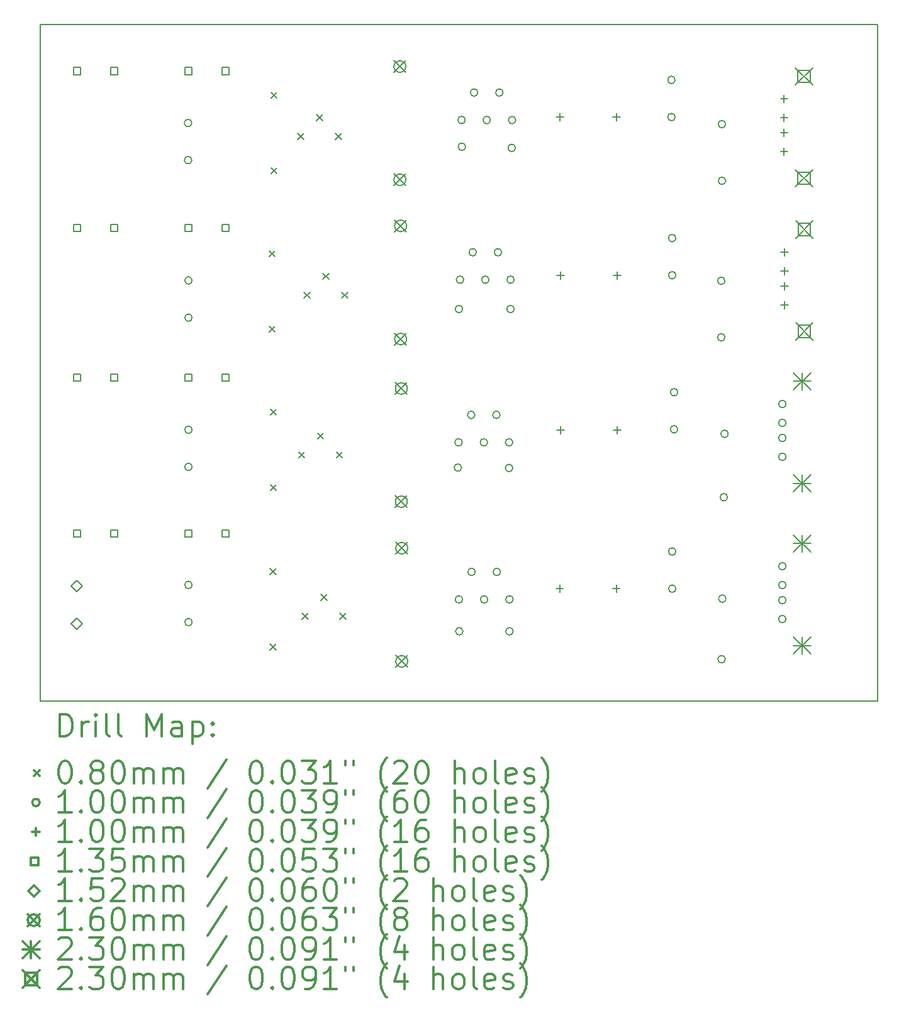
<source format=gbr>
%FSLAX45Y45*%
G04 Gerber Fmt 4.5, Leading zero omitted, Abs format (unit mm)*
G04 Created by KiCad (PCBNEW 4.0.4-stable) date Fri Jul 14 18:39:54 2017*
%MOMM*%
%LPD*%
G01*
G04 APERTURE LIST*
%ADD10C,0.127000*%
%ADD11C,0.150000*%
%ADD12C,0.200000*%
%ADD13C,0.300000*%
G04 APERTURE END LIST*
D10*
D11*
X16510000Y-12791440D02*
X16174720Y-12791440D01*
X16174720Y-3683000D02*
X16174720Y-12791440D01*
X27442160Y-3683000D02*
X16174720Y-3683000D01*
X27442160Y-12791440D02*
X27442160Y-3683000D01*
X16510000Y-12791440D02*
X27442160Y-12791440D01*
D12*
X19255000Y-6725000D02*
X19335000Y-6805000D01*
X19335000Y-6725000D02*
X19255000Y-6805000D01*
X19255000Y-7741000D02*
X19335000Y-7821000D01*
X19335000Y-7741000D02*
X19255000Y-7821000D01*
X19270200Y-11005840D02*
X19350200Y-11085840D01*
X19350200Y-11005840D02*
X19270200Y-11085840D01*
X19270200Y-12021840D02*
X19350200Y-12101840D01*
X19350200Y-12021840D02*
X19270200Y-12101840D01*
X19271000Y-8857480D02*
X19351000Y-8937480D01*
X19351000Y-8857480D02*
X19271000Y-8937480D01*
X19271000Y-9873480D02*
X19351000Y-9953480D01*
X19351000Y-9873480D02*
X19271000Y-9953480D01*
X19280000Y-4590000D02*
X19360000Y-4670000D01*
X19360000Y-4590000D02*
X19280000Y-4670000D01*
X19280000Y-5606000D02*
X19360000Y-5686000D01*
X19360000Y-5606000D02*
X19280000Y-5686000D01*
X19642000Y-5145000D02*
X19722000Y-5225000D01*
X19722000Y-5145000D02*
X19642000Y-5225000D01*
X19652000Y-9436600D02*
X19732000Y-9516600D01*
X19732000Y-9436600D02*
X19652000Y-9516600D01*
X19702000Y-11605280D02*
X19782000Y-11685280D01*
X19782000Y-11605280D02*
X19702000Y-11685280D01*
X19727000Y-7285000D02*
X19807000Y-7365000D01*
X19807000Y-7285000D02*
X19727000Y-7365000D01*
X19896000Y-4891000D02*
X19976000Y-4971000D01*
X19976000Y-4891000D02*
X19896000Y-4971000D01*
X19906000Y-9182600D02*
X19986000Y-9262600D01*
X19986000Y-9182600D02*
X19906000Y-9262600D01*
X19956000Y-11351280D02*
X20036000Y-11431280D01*
X20036000Y-11351280D02*
X19956000Y-11431280D01*
X19981000Y-7031000D02*
X20061000Y-7111000D01*
X20061000Y-7031000D02*
X19981000Y-7111000D01*
X20150000Y-5145000D02*
X20230000Y-5225000D01*
X20230000Y-5145000D02*
X20150000Y-5225000D01*
X20160000Y-9436600D02*
X20240000Y-9516600D01*
X20240000Y-9436600D02*
X20160000Y-9516600D01*
X20210000Y-11605280D02*
X20290000Y-11685280D01*
X20290000Y-11605280D02*
X20210000Y-11685280D01*
X20235000Y-7285000D02*
X20315000Y-7365000D01*
X20315000Y-7285000D02*
X20235000Y-7365000D01*
X18215000Y-5005000D02*
G75*
G03X18215000Y-5005000I-50000J0D01*
G01*
X18215000Y-5505000D02*
G75*
G03X18215000Y-5505000I-50000J0D01*
G01*
X18220000Y-7125000D02*
G75*
G03X18220000Y-7125000I-50000J0D01*
G01*
X18220000Y-7625000D02*
G75*
G03X18220000Y-7625000I-50000J0D01*
G01*
X18220000Y-9135000D02*
G75*
G03X18220000Y-9135000I-50000J0D01*
G01*
X18220000Y-9635000D02*
G75*
G03X18220000Y-9635000I-50000J0D01*
G01*
X18220000Y-11225000D02*
G75*
G03X18220000Y-11225000I-50000J0D01*
G01*
X18220000Y-11725000D02*
G75*
G03X18220000Y-11725000I-50000J0D01*
G01*
X21845000Y-9645000D02*
G75*
G03X21845000Y-9645000I-50000J0D01*
G01*
X21855000Y-9305000D02*
G75*
G03X21855000Y-9305000I-50000J0D01*
G01*
X21860000Y-7510000D02*
G75*
G03X21860000Y-7510000I-50000J0D01*
G01*
X21860000Y-11420000D02*
G75*
G03X21860000Y-11420000I-50000J0D01*
G01*
X21865000Y-11850000D02*
G75*
G03X21865000Y-11850000I-50000J0D01*
G01*
X21875000Y-7115000D02*
G75*
G03X21875000Y-7115000I-50000J0D01*
G01*
X21895000Y-4965000D02*
G75*
G03X21895000Y-4965000I-50000J0D01*
G01*
X21900000Y-5325000D02*
G75*
G03X21900000Y-5325000I-50000J0D01*
G01*
X22025000Y-8935000D02*
G75*
G03X22025000Y-8935000I-50000J0D01*
G01*
X22030000Y-11050000D02*
G75*
G03X22030000Y-11050000I-50000J0D01*
G01*
X22045000Y-6745000D02*
G75*
G03X22045000Y-6745000I-50000J0D01*
G01*
X22065000Y-4595000D02*
G75*
G03X22065000Y-4595000I-50000J0D01*
G01*
X22195000Y-9305000D02*
G75*
G03X22195000Y-9305000I-50000J0D01*
G01*
X22200000Y-11420000D02*
G75*
G03X22200000Y-11420000I-50000J0D01*
G01*
X22215000Y-7115000D02*
G75*
G03X22215000Y-7115000I-50000J0D01*
G01*
X22235000Y-4965000D02*
G75*
G03X22235000Y-4965000I-50000J0D01*
G01*
X22365000Y-8935000D02*
G75*
G03X22365000Y-8935000I-50000J0D01*
G01*
X22370000Y-11050000D02*
G75*
G03X22370000Y-11050000I-50000J0D01*
G01*
X22385000Y-6745000D02*
G75*
G03X22385000Y-6745000I-50000J0D01*
G01*
X22405000Y-4595000D02*
G75*
G03X22405000Y-4595000I-50000J0D01*
G01*
X22535000Y-9305000D02*
G75*
G03X22535000Y-9305000I-50000J0D01*
G01*
X22535000Y-9650000D02*
G75*
G03X22535000Y-9650000I-50000J0D01*
G01*
X22540000Y-11420000D02*
G75*
G03X22540000Y-11420000I-50000J0D01*
G01*
X22540000Y-11850000D02*
G75*
G03X22540000Y-11850000I-50000J0D01*
G01*
X22555000Y-7115000D02*
G75*
G03X22555000Y-7115000I-50000J0D01*
G01*
X22555000Y-7510000D02*
G75*
G03X22555000Y-7510000I-50000J0D01*
G01*
X22570000Y-5340000D02*
G75*
G03X22570000Y-5340000I-50000J0D01*
G01*
X22575000Y-4965000D02*
G75*
G03X22575000Y-4965000I-50000J0D01*
G01*
X24720000Y-4425000D02*
G75*
G03X24720000Y-4425000I-50000J0D01*
G01*
X24720000Y-4925000D02*
G75*
G03X24720000Y-4925000I-50000J0D01*
G01*
X24730000Y-6555000D02*
G75*
G03X24730000Y-6555000I-50000J0D01*
G01*
X24730000Y-7055000D02*
G75*
G03X24730000Y-7055000I-50000J0D01*
G01*
X24730000Y-10775000D02*
G75*
G03X24730000Y-10775000I-50000J0D01*
G01*
X24730000Y-11275000D02*
G75*
G03X24730000Y-11275000I-50000J0D01*
G01*
X24755000Y-8630000D02*
G75*
G03X24755000Y-8630000I-50000J0D01*
G01*
X24755000Y-9130000D02*
G75*
G03X24755000Y-9130000I-50000J0D01*
G01*
X25390000Y-7130000D02*
G75*
G03X25390000Y-7130000I-50000J0D01*
G01*
X25390000Y-7890000D02*
G75*
G03X25390000Y-7890000I-50000J0D01*
G01*
X25395000Y-12225000D02*
G75*
G03X25395000Y-12225000I-50000J0D01*
G01*
X25400000Y-5020000D02*
G75*
G03X25400000Y-5020000I-50000J0D01*
G01*
X25401000Y-5783000D02*
G75*
G03X25401000Y-5783000I-50000J0D01*
G01*
X25405000Y-11410000D02*
G75*
G03X25405000Y-11410000I-50000J0D01*
G01*
X25425000Y-10045000D02*
G75*
G03X25425000Y-10045000I-50000J0D01*
G01*
X25435000Y-9190000D02*
G75*
G03X25435000Y-9190000I-50000J0D01*
G01*
X26212000Y-8788600D02*
G75*
G03X26212000Y-8788600I-50000J0D01*
G01*
X26212000Y-9042600D02*
G75*
G03X26212000Y-9042600I-50000J0D01*
G01*
X26212000Y-9245600D02*
G75*
G03X26212000Y-9245600I-50000J0D01*
G01*
X26212000Y-9499600D02*
G75*
G03X26212000Y-9499600I-50000J0D01*
G01*
X26212000Y-10973000D02*
G75*
G03X26212000Y-10973000I-50000J0D01*
G01*
X26212000Y-11227000D02*
G75*
G03X26212000Y-11227000I-50000J0D01*
G01*
X26212000Y-11430000D02*
G75*
G03X26212000Y-11430000I-50000J0D01*
G01*
X26212000Y-11684000D02*
G75*
G03X26212000Y-11684000I-50000J0D01*
G01*
X23165000Y-11221962D02*
X23165000Y-11322038D01*
X23114962Y-11272000D02*
X23215038Y-11272000D01*
X23170000Y-4876962D02*
X23170000Y-4977038D01*
X23119962Y-4927000D02*
X23220038Y-4927000D01*
X23175000Y-7006962D02*
X23175000Y-7107038D01*
X23124962Y-7057000D02*
X23225038Y-7057000D01*
X23175000Y-9086962D02*
X23175000Y-9187038D01*
X23124962Y-9137000D02*
X23225038Y-9137000D01*
X23927000Y-11221962D02*
X23927000Y-11322038D01*
X23876962Y-11272000D02*
X23977038Y-11272000D01*
X23932000Y-4876962D02*
X23932000Y-4977038D01*
X23881962Y-4927000D02*
X23982038Y-4927000D01*
X23937000Y-7006962D02*
X23937000Y-7107038D01*
X23886962Y-7057000D02*
X23987038Y-7057000D01*
X23937000Y-9086962D02*
X23937000Y-9187038D01*
X23886962Y-9137000D02*
X23987038Y-9137000D01*
X26187488Y-4631276D02*
X26187488Y-4731352D01*
X26137450Y-4681314D02*
X26237526Y-4681314D01*
X26187488Y-4885276D02*
X26187488Y-4985352D01*
X26137450Y-4935314D02*
X26237526Y-4935314D01*
X26187488Y-5088476D02*
X26187488Y-5188552D01*
X26137450Y-5138514D02*
X26237526Y-5138514D01*
X26187488Y-5342476D02*
X26187488Y-5442552D01*
X26137450Y-5392514D02*
X26237526Y-5392514D01*
X26189788Y-6693676D02*
X26189788Y-6793752D01*
X26139750Y-6743714D02*
X26239826Y-6743714D01*
X26189788Y-6947676D02*
X26189788Y-7047752D01*
X26139750Y-6997714D02*
X26239826Y-6997714D01*
X26189788Y-7150876D02*
X26189788Y-7250952D01*
X26139750Y-7200914D02*
X26239826Y-7200914D01*
X26189788Y-7404876D02*
X26189788Y-7504952D01*
X26139750Y-7454914D02*
X26239826Y-7454914D01*
X16717730Y-4352730D02*
X16717730Y-4257270D01*
X16622270Y-4257270D01*
X16622270Y-4352730D01*
X16717730Y-4352730D01*
X16717730Y-6467730D02*
X16717730Y-6372270D01*
X16622270Y-6372270D01*
X16622270Y-6467730D01*
X16717730Y-6467730D01*
X16717730Y-8482730D02*
X16717730Y-8387270D01*
X16622270Y-8387270D01*
X16622270Y-8482730D01*
X16717730Y-8482730D01*
X16717730Y-10582730D02*
X16717730Y-10487270D01*
X16622270Y-10487270D01*
X16622270Y-10582730D01*
X16717730Y-10582730D01*
X17217730Y-4352730D02*
X17217730Y-4257270D01*
X17122270Y-4257270D01*
X17122270Y-4352730D01*
X17217730Y-4352730D01*
X17217730Y-6467730D02*
X17217730Y-6372270D01*
X17122270Y-6372270D01*
X17122270Y-6467730D01*
X17217730Y-6467730D01*
X17217730Y-8482730D02*
X17217730Y-8387270D01*
X17122270Y-8387270D01*
X17122270Y-8482730D01*
X17217730Y-8482730D01*
X17217730Y-10582730D02*
X17217730Y-10487270D01*
X17122270Y-10487270D01*
X17122270Y-10582730D01*
X17217730Y-10582730D01*
X18217730Y-4352730D02*
X18217730Y-4257270D01*
X18122270Y-4257270D01*
X18122270Y-4352730D01*
X18217730Y-4352730D01*
X18217730Y-6467730D02*
X18217730Y-6372270D01*
X18122270Y-6372270D01*
X18122270Y-6467730D01*
X18217730Y-6467730D01*
X18217730Y-8482730D02*
X18217730Y-8387270D01*
X18122270Y-8387270D01*
X18122270Y-8482730D01*
X18217730Y-8482730D01*
X18217730Y-10582730D02*
X18217730Y-10487270D01*
X18122270Y-10487270D01*
X18122270Y-10582730D01*
X18217730Y-10582730D01*
X18717730Y-4352730D02*
X18717730Y-4257270D01*
X18622270Y-4257270D01*
X18622270Y-4352730D01*
X18717730Y-4352730D01*
X18717730Y-6467730D02*
X18717730Y-6372270D01*
X18622270Y-6372270D01*
X18622270Y-6467730D01*
X18717730Y-6467730D01*
X18717730Y-8482730D02*
X18717730Y-8387270D01*
X18622270Y-8387270D01*
X18622270Y-8482730D01*
X18717730Y-8482730D01*
X18717730Y-10582730D02*
X18717730Y-10487270D01*
X18622270Y-10487270D01*
X18622270Y-10582730D01*
X18717730Y-10582730D01*
X16670000Y-11313000D02*
X16746000Y-11237000D01*
X16670000Y-11161000D01*
X16594000Y-11237000D01*
X16670000Y-11313000D01*
X16670000Y-11821000D02*
X16746000Y-11745000D01*
X16670000Y-11669000D01*
X16594000Y-11745000D01*
X16670000Y-11821000D01*
X20935000Y-4165000D02*
X21095000Y-4325000D01*
X21095000Y-4165000D02*
X20935000Y-4325000D01*
X21095000Y-4245000D02*
G75*
G03X21095000Y-4245000I-80000J0D01*
G01*
X20935000Y-5689000D02*
X21095000Y-5849000D01*
X21095000Y-5689000D02*
X20935000Y-5849000D01*
X21095000Y-5769000D02*
G75*
G03X21095000Y-5769000I-80000J0D01*
G01*
X20945000Y-6310000D02*
X21105000Y-6470000D01*
X21105000Y-6310000D02*
X20945000Y-6470000D01*
X21105000Y-6390000D02*
G75*
G03X21105000Y-6390000I-80000J0D01*
G01*
X20945000Y-7834000D02*
X21105000Y-7994000D01*
X21105000Y-7834000D02*
X20945000Y-7994000D01*
X21105000Y-7914000D02*
G75*
G03X21105000Y-7914000I-80000J0D01*
G01*
X20955000Y-8500000D02*
X21115000Y-8660000D01*
X21115000Y-8500000D02*
X20955000Y-8660000D01*
X21115000Y-8580000D02*
G75*
G03X21115000Y-8580000I-80000J0D01*
G01*
X20955000Y-10024000D02*
X21115000Y-10184000D01*
X21115000Y-10024000D02*
X20955000Y-10184000D01*
X21115000Y-10104000D02*
G75*
G03X21115000Y-10104000I-80000J0D01*
G01*
X20960000Y-10650000D02*
X21120000Y-10810000D01*
X21120000Y-10650000D02*
X20960000Y-10810000D01*
X21120000Y-10730000D02*
G75*
G03X21120000Y-10730000I-80000J0D01*
G01*
X20960000Y-12174000D02*
X21120000Y-12334000D01*
X21120000Y-12174000D02*
X20960000Y-12334000D01*
X21120000Y-12254000D02*
G75*
G03X21120000Y-12254000I-80000J0D01*
G01*
X26314000Y-8368600D02*
X26544000Y-8598600D01*
X26544000Y-8368600D02*
X26314000Y-8598600D01*
X26429000Y-8368600D02*
X26429000Y-8598600D01*
X26314000Y-8483600D02*
X26544000Y-8483600D01*
X26314000Y-9740600D02*
X26544000Y-9970600D01*
X26544000Y-9740600D02*
X26314000Y-9970600D01*
X26429000Y-9740600D02*
X26429000Y-9970600D01*
X26314000Y-9855600D02*
X26544000Y-9855600D01*
X26314000Y-10553000D02*
X26544000Y-10783000D01*
X26544000Y-10553000D02*
X26314000Y-10783000D01*
X26429000Y-10553000D02*
X26429000Y-10783000D01*
X26314000Y-10668000D02*
X26544000Y-10668000D01*
X26314000Y-11925000D02*
X26544000Y-12155000D01*
X26544000Y-11925000D02*
X26314000Y-12155000D01*
X26429000Y-11925000D02*
X26429000Y-12155000D01*
X26314000Y-12040000D02*
X26544000Y-12040000D01*
X26339126Y-4261452D02*
X26569250Y-4491576D01*
X26569250Y-4261452D02*
X26339126Y-4491576D01*
X26535550Y-4457876D02*
X26535550Y-4295152D01*
X26372826Y-4295152D01*
X26372826Y-4457876D01*
X26535550Y-4457876D01*
X26339126Y-5633052D02*
X26569250Y-5863176D01*
X26569250Y-5633052D02*
X26339126Y-5863176D01*
X26535550Y-5829476D02*
X26535550Y-5666752D01*
X26372826Y-5666752D01*
X26372826Y-5829476D01*
X26535550Y-5829476D01*
X26341426Y-6323852D02*
X26571550Y-6553976D01*
X26571550Y-6323852D02*
X26341426Y-6553976D01*
X26537850Y-6520276D02*
X26537850Y-6357552D01*
X26375126Y-6357552D01*
X26375126Y-6520276D01*
X26537850Y-6520276D01*
X26341426Y-7695452D02*
X26571550Y-7925576D01*
X26571550Y-7695452D02*
X26341426Y-7925576D01*
X26537850Y-7891876D02*
X26537850Y-7729152D01*
X26375126Y-7729152D01*
X26375126Y-7891876D01*
X26537850Y-7891876D01*
D13*
X16438648Y-13264654D02*
X16438648Y-12964654D01*
X16510077Y-12964654D01*
X16552934Y-12978940D01*
X16581506Y-13007511D01*
X16595791Y-13036083D01*
X16610077Y-13093226D01*
X16610077Y-13136083D01*
X16595791Y-13193226D01*
X16581506Y-13221797D01*
X16552934Y-13250369D01*
X16510077Y-13264654D01*
X16438648Y-13264654D01*
X16738648Y-13264654D02*
X16738648Y-13064654D01*
X16738648Y-13121797D02*
X16752934Y-13093226D01*
X16767220Y-13078940D01*
X16795791Y-13064654D01*
X16824363Y-13064654D01*
X16924363Y-13264654D02*
X16924363Y-13064654D01*
X16924363Y-12964654D02*
X16910077Y-12978940D01*
X16924363Y-12993226D01*
X16938649Y-12978940D01*
X16924363Y-12964654D01*
X16924363Y-12993226D01*
X17110077Y-13264654D02*
X17081506Y-13250369D01*
X17067220Y-13221797D01*
X17067220Y-12964654D01*
X17267220Y-13264654D02*
X17238649Y-13250369D01*
X17224363Y-13221797D01*
X17224363Y-12964654D01*
X17610077Y-13264654D02*
X17610077Y-12964654D01*
X17710077Y-13178940D01*
X17810077Y-12964654D01*
X17810077Y-13264654D01*
X18081506Y-13264654D02*
X18081506Y-13107511D01*
X18067220Y-13078940D01*
X18038649Y-13064654D01*
X17981506Y-13064654D01*
X17952934Y-13078940D01*
X18081506Y-13250369D02*
X18052934Y-13264654D01*
X17981506Y-13264654D01*
X17952934Y-13250369D01*
X17938649Y-13221797D01*
X17938649Y-13193226D01*
X17952934Y-13164654D01*
X17981506Y-13150369D01*
X18052934Y-13150369D01*
X18081506Y-13136083D01*
X18224363Y-13064654D02*
X18224363Y-13364654D01*
X18224363Y-13078940D02*
X18252934Y-13064654D01*
X18310077Y-13064654D01*
X18338649Y-13078940D01*
X18352934Y-13093226D01*
X18367220Y-13121797D01*
X18367220Y-13207511D01*
X18352934Y-13236083D01*
X18338649Y-13250369D01*
X18310077Y-13264654D01*
X18252934Y-13264654D01*
X18224363Y-13250369D01*
X18495791Y-13236083D02*
X18510077Y-13250369D01*
X18495791Y-13264654D01*
X18481506Y-13250369D01*
X18495791Y-13236083D01*
X18495791Y-13264654D01*
X18495791Y-13078940D02*
X18510077Y-13093226D01*
X18495791Y-13107511D01*
X18481506Y-13093226D01*
X18495791Y-13078940D01*
X18495791Y-13107511D01*
X16087220Y-13718940D02*
X16167220Y-13798940D01*
X16167220Y-13718940D02*
X16087220Y-13798940D01*
X16495791Y-13594654D02*
X16524363Y-13594654D01*
X16552934Y-13608940D01*
X16567220Y-13623226D01*
X16581506Y-13651797D01*
X16595791Y-13708940D01*
X16595791Y-13780369D01*
X16581506Y-13837511D01*
X16567220Y-13866083D01*
X16552934Y-13880369D01*
X16524363Y-13894654D01*
X16495791Y-13894654D01*
X16467220Y-13880369D01*
X16452934Y-13866083D01*
X16438648Y-13837511D01*
X16424363Y-13780369D01*
X16424363Y-13708940D01*
X16438648Y-13651797D01*
X16452934Y-13623226D01*
X16467220Y-13608940D01*
X16495791Y-13594654D01*
X16724363Y-13866083D02*
X16738648Y-13880369D01*
X16724363Y-13894654D01*
X16710077Y-13880369D01*
X16724363Y-13866083D01*
X16724363Y-13894654D01*
X16910077Y-13723226D02*
X16881506Y-13708940D01*
X16867220Y-13694654D01*
X16852934Y-13666083D01*
X16852934Y-13651797D01*
X16867220Y-13623226D01*
X16881506Y-13608940D01*
X16910077Y-13594654D01*
X16967220Y-13594654D01*
X16995791Y-13608940D01*
X17010077Y-13623226D01*
X17024363Y-13651797D01*
X17024363Y-13666083D01*
X17010077Y-13694654D01*
X16995791Y-13708940D01*
X16967220Y-13723226D01*
X16910077Y-13723226D01*
X16881506Y-13737511D01*
X16867220Y-13751797D01*
X16852934Y-13780369D01*
X16852934Y-13837511D01*
X16867220Y-13866083D01*
X16881506Y-13880369D01*
X16910077Y-13894654D01*
X16967220Y-13894654D01*
X16995791Y-13880369D01*
X17010077Y-13866083D01*
X17024363Y-13837511D01*
X17024363Y-13780369D01*
X17010077Y-13751797D01*
X16995791Y-13737511D01*
X16967220Y-13723226D01*
X17210077Y-13594654D02*
X17238649Y-13594654D01*
X17267220Y-13608940D01*
X17281506Y-13623226D01*
X17295791Y-13651797D01*
X17310077Y-13708940D01*
X17310077Y-13780369D01*
X17295791Y-13837511D01*
X17281506Y-13866083D01*
X17267220Y-13880369D01*
X17238649Y-13894654D01*
X17210077Y-13894654D01*
X17181506Y-13880369D01*
X17167220Y-13866083D01*
X17152934Y-13837511D01*
X17138649Y-13780369D01*
X17138649Y-13708940D01*
X17152934Y-13651797D01*
X17167220Y-13623226D01*
X17181506Y-13608940D01*
X17210077Y-13594654D01*
X17438649Y-13894654D02*
X17438649Y-13694654D01*
X17438649Y-13723226D02*
X17452934Y-13708940D01*
X17481506Y-13694654D01*
X17524363Y-13694654D01*
X17552934Y-13708940D01*
X17567220Y-13737511D01*
X17567220Y-13894654D01*
X17567220Y-13737511D02*
X17581506Y-13708940D01*
X17610077Y-13694654D01*
X17652934Y-13694654D01*
X17681506Y-13708940D01*
X17695791Y-13737511D01*
X17695791Y-13894654D01*
X17838649Y-13894654D02*
X17838649Y-13694654D01*
X17838649Y-13723226D02*
X17852934Y-13708940D01*
X17881506Y-13694654D01*
X17924363Y-13694654D01*
X17952934Y-13708940D01*
X17967220Y-13737511D01*
X17967220Y-13894654D01*
X17967220Y-13737511D02*
X17981506Y-13708940D01*
X18010077Y-13694654D01*
X18052934Y-13694654D01*
X18081506Y-13708940D01*
X18095791Y-13737511D01*
X18095791Y-13894654D01*
X18681506Y-13580369D02*
X18424363Y-13966083D01*
X19067220Y-13594654D02*
X19095791Y-13594654D01*
X19124363Y-13608940D01*
X19138648Y-13623226D01*
X19152934Y-13651797D01*
X19167220Y-13708940D01*
X19167220Y-13780369D01*
X19152934Y-13837511D01*
X19138648Y-13866083D01*
X19124363Y-13880369D01*
X19095791Y-13894654D01*
X19067220Y-13894654D01*
X19038648Y-13880369D01*
X19024363Y-13866083D01*
X19010077Y-13837511D01*
X18995791Y-13780369D01*
X18995791Y-13708940D01*
X19010077Y-13651797D01*
X19024363Y-13623226D01*
X19038648Y-13608940D01*
X19067220Y-13594654D01*
X19295791Y-13866083D02*
X19310077Y-13880369D01*
X19295791Y-13894654D01*
X19281506Y-13880369D01*
X19295791Y-13866083D01*
X19295791Y-13894654D01*
X19495791Y-13594654D02*
X19524363Y-13594654D01*
X19552934Y-13608940D01*
X19567220Y-13623226D01*
X19581506Y-13651797D01*
X19595791Y-13708940D01*
X19595791Y-13780369D01*
X19581506Y-13837511D01*
X19567220Y-13866083D01*
X19552934Y-13880369D01*
X19524363Y-13894654D01*
X19495791Y-13894654D01*
X19467220Y-13880369D01*
X19452934Y-13866083D01*
X19438648Y-13837511D01*
X19424363Y-13780369D01*
X19424363Y-13708940D01*
X19438648Y-13651797D01*
X19452934Y-13623226D01*
X19467220Y-13608940D01*
X19495791Y-13594654D01*
X19695791Y-13594654D02*
X19881506Y-13594654D01*
X19781506Y-13708940D01*
X19824363Y-13708940D01*
X19852934Y-13723226D01*
X19867220Y-13737511D01*
X19881506Y-13766083D01*
X19881506Y-13837511D01*
X19867220Y-13866083D01*
X19852934Y-13880369D01*
X19824363Y-13894654D01*
X19738648Y-13894654D01*
X19710077Y-13880369D01*
X19695791Y-13866083D01*
X20167220Y-13894654D02*
X19995791Y-13894654D01*
X20081506Y-13894654D02*
X20081506Y-13594654D01*
X20052934Y-13637511D01*
X20024363Y-13666083D01*
X19995791Y-13680369D01*
X20281506Y-13594654D02*
X20281506Y-13651797D01*
X20395791Y-13594654D02*
X20395791Y-13651797D01*
X20838648Y-14008940D02*
X20824363Y-13994654D01*
X20795791Y-13951797D01*
X20781506Y-13923226D01*
X20767220Y-13880369D01*
X20752934Y-13808940D01*
X20752934Y-13751797D01*
X20767220Y-13680369D01*
X20781506Y-13637511D01*
X20795791Y-13608940D01*
X20824363Y-13566083D01*
X20838648Y-13551797D01*
X20938648Y-13623226D02*
X20952934Y-13608940D01*
X20981506Y-13594654D01*
X21052934Y-13594654D01*
X21081506Y-13608940D01*
X21095791Y-13623226D01*
X21110077Y-13651797D01*
X21110077Y-13680369D01*
X21095791Y-13723226D01*
X20924363Y-13894654D01*
X21110077Y-13894654D01*
X21295791Y-13594654D02*
X21324363Y-13594654D01*
X21352934Y-13608940D01*
X21367220Y-13623226D01*
X21381506Y-13651797D01*
X21395791Y-13708940D01*
X21395791Y-13780369D01*
X21381506Y-13837511D01*
X21367220Y-13866083D01*
X21352934Y-13880369D01*
X21324363Y-13894654D01*
X21295791Y-13894654D01*
X21267220Y-13880369D01*
X21252934Y-13866083D01*
X21238648Y-13837511D01*
X21224363Y-13780369D01*
X21224363Y-13708940D01*
X21238648Y-13651797D01*
X21252934Y-13623226D01*
X21267220Y-13608940D01*
X21295791Y-13594654D01*
X21752934Y-13894654D02*
X21752934Y-13594654D01*
X21881506Y-13894654D02*
X21881506Y-13737511D01*
X21867220Y-13708940D01*
X21838648Y-13694654D01*
X21795791Y-13694654D01*
X21767220Y-13708940D01*
X21752934Y-13723226D01*
X22067220Y-13894654D02*
X22038648Y-13880369D01*
X22024363Y-13866083D01*
X22010077Y-13837511D01*
X22010077Y-13751797D01*
X22024363Y-13723226D01*
X22038648Y-13708940D01*
X22067220Y-13694654D01*
X22110077Y-13694654D01*
X22138648Y-13708940D01*
X22152934Y-13723226D01*
X22167220Y-13751797D01*
X22167220Y-13837511D01*
X22152934Y-13866083D01*
X22138648Y-13880369D01*
X22110077Y-13894654D01*
X22067220Y-13894654D01*
X22338648Y-13894654D02*
X22310077Y-13880369D01*
X22295791Y-13851797D01*
X22295791Y-13594654D01*
X22567220Y-13880369D02*
X22538648Y-13894654D01*
X22481506Y-13894654D01*
X22452934Y-13880369D01*
X22438648Y-13851797D01*
X22438648Y-13737511D01*
X22452934Y-13708940D01*
X22481506Y-13694654D01*
X22538648Y-13694654D01*
X22567220Y-13708940D01*
X22581506Y-13737511D01*
X22581506Y-13766083D01*
X22438648Y-13794654D01*
X22695791Y-13880369D02*
X22724363Y-13894654D01*
X22781506Y-13894654D01*
X22810077Y-13880369D01*
X22824363Y-13851797D01*
X22824363Y-13837511D01*
X22810077Y-13808940D01*
X22781506Y-13794654D01*
X22738648Y-13794654D01*
X22710077Y-13780369D01*
X22695791Y-13751797D01*
X22695791Y-13737511D01*
X22710077Y-13708940D01*
X22738648Y-13694654D01*
X22781506Y-13694654D01*
X22810077Y-13708940D01*
X22924363Y-14008940D02*
X22938648Y-13994654D01*
X22967220Y-13951797D01*
X22981506Y-13923226D01*
X22995791Y-13880369D01*
X23010077Y-13808940D01*
X23010077Y-13751797D01*
X22995791Y-13680369D01*
X22981506Y-13637511D01*
X22967220Y-13608940D01*
X22938648Y-13566083D01*
X22924363Y-13551797D01*
X16167220Y-14154940D02*
G75*
G03X16167220Y-14154940I-50000J0D01*
G01*
X16595791Y-14290654D02*
X16424363Y-14290654D01*
X16510077Y-14290654D02*
X16510077Y-13990654D01*
X16481506Y-14033511D01*
X16452934Y-14062083D01*
X16424363Y-14076369D01*
X16724363Y-14262083D02*
X16738648Y-14276369D01*
X16724363Y-14290654D01*
X16710077Y-14276369D01*
X16724363Y-14262083D01*
X16724363Y-14290654D01*
X16924363Y-13990654D02*
X16952934Y-13990654D01*
X16981506Y-14004940D01*
X16995791Y-14019226D01*
X17010077Y-14047797D01*
X17024363Y-14104940D01*
X17024363Y-14176369D01*
X17010077Y-14233511D01*
X16995791Y-14262083D01*
X16981506Y-14276369D01*
X16952934Y-14290654D01*
X16924363Y-14290654D01*
X16895791Y-14276369D01*
X16881506Y-14262083D01*
X16867220Y-14233511D01*
X16852934Y-14176369D01*
X16852934Y-14104940D01*
X16867220Y-14047797D01*
X16881506Y-14019226D01*
X16895791Y-14004940D01*
X16924363Y-13990654D01*
X17210077Y-13990654D02*
X17238649Y-13990654D01*
X17267220Y-14004940D01*
X17281506Y-14019226D01*
X17295791Y-14047797D01*
X17310077Y-14104940D01*
X17310077Y-14176369D01*
X17295791Y-14233511D01*
X17281506Y-14262083D01*
X17267220Y-14276369D01*
X17238649Y-14290654D01*
X17210077Y-14290654D01*
X17181506Y-14276369D01*
X17167220Y-14262083D01*
X17152934Y-14233511D01*
X17138649Y-14176369D01*
X17138649Y-14104940D01*
X17152934Y-14047797D01*
X17167220Y-14019226D01*
X17181506Y-14004940D01*
X17210077Y-13990654D01*
X17438649Y-14290654D02*
X17438649Y-14090654D01*
X17438649Y-14119226D02*
X17452934Y-14104940D01*
X17481506Y-14090654D01*
X17524363Y-14090654D01*
X17552934Y-14104940D01*
X17567220Y-14133511D01*
X17567220Y-14290654D01*
X17567220Y-14133511D02*
X17581506Y-14104940D01*
X17610077Y-14090654D01*
X17652934Y-14090654D01*
X17681506Y-14104940D01*
X17695791Y-14133511D01*
X17695791Y-14290654D01*
X17838649Y-14290654D02*
X17838649Y-14090654D01*
X17838649Y-14119226D02*
X17852934Y-14104940D01*
X17881506Y-14090654D01*
X17924363Y-14090654D01*
X17952934Y-14104940D01*
X17967220Y-14133511D01*
X17967220Y-14290654D01*
X17967220Y-14133511D02*
X17981506Y-14104940D01*
X18010077Y-14090654D01*
X18052934Y-14090654D01*
X18081506Y-14104940D01*
X18095791Y-14133511D01*
X18095791Y-14290654D01*
X18681506Y-13976369D02*
X18424363Y-14362083D01*
X19067220Y-13990654D02*
X19095791Y-13990654D01*
X19124363Y-14004940D01*
X19138648Y-14019226D01*
X19152934Y-14047797D01*
X19167220Y-14104940D01*
X19167220Y-14176369D01*
X19152934Y-14233511D01*
X19138648Y-14262083D01*
X19124363Y-14276369D01*
X19095791Y-14290654D01*
X19067220Y-14290654D01*
X19038648Y-14276369D01*
X19024363Y-14262083D01*
X19010077Y-14233511D01*
X18995791Y-14176369D01*
X18995791Y-14104940D01*
X19010077Y-14047797D01*
X19024363Y-14019226D01*
X19038648Y-14004940D01*
X19067220Y-13990654D01*
X19295791Y-14262083D02*
X19310077Y-14276369D01*
X19295791Y-14290654D01*
X19281506Y-14276369D01*
X19295791Y-14262083D01*
X19295791Y-14290654D01*
X19495791Y-13990654D02*
X19524363Y-13990654D01*
X19552934Y-14004940D01*
X19567220Y-14019226D01*
X19581506Y-14047797D01*
X19595791Y-14104940D01*
X19595791Y-14176369D01*
X19581506Y-14233511D01*
X19567220Y-14262083D01*
X19552934Y-14276369D01*
X19524363Y-14290654D01*
X19495791Y-14290654D01*
X19467220Y-14276369D01*
X19452934Y-14262083D01*
X19438648Y-14233511D01*
X19424363Y-14176369D01*
X19424363Y-14104940D01*
X19438648Y-14047797D01*
X19452934Y-14019226D01*
X19467220Y-14004940D01*
X19495791Y-13990654D01*
X19695791Y-13990654D02*
X19881506Y-13990654D01*
X19781506Y-14104940D01*
X19824363Y-14104940D01*
X19852934Y-14119226D01*
X19867220Y-14133511D01*
X19881506Y-14162083D01*
X19881506Y-14233511D01*
X19867220Y-14262083D01*
X19852934Y-14276369D01*
X19824363Y-14290654D01*
X19738648Y-14290654D01*
X19710077Y-14276369D01*
X19695791Y-14262083D01*
X20024363Y-14290654D02*
X20081506Y-14290654D01*
X20110077Y-14276369D01*
X20124363Y-14262083D01*
X20152934Y-14219226D01*
X20167220Y-14162083D01*
X20167220Y-14047797D01*
X20152934Y-14019226D01*
X20138648Y-14004940D01*
X20110077Y-13990654D01*
X20052934Y-13990654D01*
X20024363Y-14004940D01*
X20010077Y-14019226D01*
X19995791Y-14047797D01*
X19995791Y-14119226D01*
X20010077Y-14147797D01*
X20024363Y-14162083D01*
X20052934Y-14176369D01*
X20110077Y-14176369D01*
X20138648Y-14162083D01*
X20152934Y-14147797D01*
X20167220Y-14119226D01*
X20281506Y-13990654D02*
X20281506Y-14047797D01*
X20395791Y-13990654D02*
X20395791Y-14047797D01*
X20838648Y-14404940D02*
X20824363Y-14390654D01*
X20795791Y-14347797D01*
X20781506Y-14319226D01*
X20767220Y-14276369D01*
X20752934Y-14204940D01*
X20752934Y-14147797D01*
X20767220Y-14076369D01*
X20781506Y-14033511D01*
X20795791Y-14004940D01*
X20824363Y-13962083D01*
X20838648Y-13947797D01*
X21081506Y-13990654D02*
X21024363Y-13990654D01*
X20995791Y-14004940D01*
X20981506Y-14019226D01*
X20952934Y-14062083D01*
X20938648Y-14119226D01*
X20938648Y-14233511D01*
X20952934Y-14262083D01*
X20967220Y-14276369D01*
X20995791Y-14290654D01*
X21052934Y-14290654D01*
X21081506Y-14276369D01*
X21095791Y-14262083D01*
X21110077Y-14233511D01*
X21110077Y-14162083D01*
X21095791Y-14133511D01*
X21081506Y-14119226D01*
X21052934Y-14104940D01*
X20995791Y-14104940D01*
X20967220Y-14119226D01*
X20952934Y-14133511D01*
X20938648Y-14162083D01*
X21295791Y-13990654D02*
X21324363Y-13990654D01*
X21352934Y-14004940D01*
X21367220Y-14019226D01*
X21381506Y-14047797D01*
X21395791Y-14104940D01*
X21395791Y-14176369D01*
X21381506Y-14233511D01*
X21367220Y-14262083D01*
X21352934Y-14276369D01*
X21324363Y-14290654D01*
X21295791Y-14290654D01*
X21267220Y-14276369D01*
X21252934Y-14262083D01*
X21238648Y-14233511D01*
X21224363Y-14176369D01*
X21224363Y-14104940D01*
X21238648Y-14047797D01*
X21252934Y-14019226D01*
X21267220Y-14004940D01*
X21295791Y-13990654D01*
X21752934Y-14290654D02*
X21752934Y-13990654D01*
X21881506Y-14290654D02*
X21881506Y-14133511D01*
X21867220Y-14104940D01*
X21838648Y-14090654D01*
X21795791Y-14090654D01*
X21767220Y-14104940D01*
X21752934Y-14119226D01*
X22067220Y-14290654D02*
X22038648Y-14276369D01*
X22024363Y-14262083D01*
X22010077Y-14233511D01*
X22010077Y-14147797D01*
X22024363Y-14119226D01*
X22038648Y-14104940D01*
X22067220Y-14090654D01*
X22110077Y-14090654D01*
X22138648Y-14104940D01*
X22152934Y-14119226D01*
X22167220Y-14147797D01*
X22167220Y-14233511D01*
X22152934Y-14262083D01*
X22138648Y-14276369D01*
X22110077Y-14290654D01*
X22067220Y-14290654D01*
X22338648Y-14290654D02*
X22310077Y-14276369D01*
X22295791Y-14247797D01*
X22295791Y-13990654D01*
X22567220Y-14276369D02*
X22538648Y-14290654D01*
X22481506Y-14290654D01*
X22452934Y-14276369D01*
X22438648Y-14247797D01*
X22438648Y-14133511D01*
X22452934Y-14104940D01*
X22481506Y-14090654D01*
X22538648Y-14090654D01*
X22567220Y-14104940D01*
X22581506Y-14133511D01*
X22581506Y-14162083D01*
X22438648Y-14190654D01*
X22695791Y-14276369D02*
X22724363Y-14290654D01*
X22781506Y-14290654D01*
X22810077Y-14276369D01*
X22824363Y-14247797D01*
X22824363Y-14233511D01*
X22810077Y-14204940D01*
X22781506Y-14190654D01*
X22738648Y-14190654D01*
X22710077Y-14176369D01*
X22695791Y-14147797D01*
X22695791Y-14133511D01*
X22710077Y-14104940D01*
X22738648Y-14090654D01*
X22781506Y-14090654D01*
X22810077Y-14104940D01*
X22924363Y-14404940D02*
X22938648Y-14390654D01*
X22967220Y-14347797D01*
X22981506Y-14319226D01*
X22995791Y-14276369D01*
X23010077Y-14204940D01*
X23010077Y-14147797D01*
X22995791Y-14076369D01*
X22981506Y-14033511D01*
X22967220Y-14004940D01*
X22938648Y-13962083D01*
X22924363Y-13947797D01*
X16117182Y-14500902D02*
X16117182Y-14600978D01*
X16067144Y-14550940D02*
X16167220Y-14550940D01*
X16595791Y-14686654D02*
X16424363Y-14686654D01*
X16510077Y-14686654D02*
X16510077Y-14386654D01*
X16481506Y-14429511D01*
X16452934Y-14458083D01*
X16424363Y-14472369D01*
X16724363Y-14658083D02*
X16738648Y-14672369D01*
X16724363Y-14686654D01*
X16710077Y-14672369D01*
X16724363Y-14658083D01*
X16724363Y-14686654D01*
X16924363Y-14386654D02*
X16952934Y-14386654D01*
X16981506Y-14400940D01*
X16995791Y-14415226D01*
X17010077Y-14443797D01*
X17024363Y-14500940D01*
X17024363Y-14572369D01*
X17010077Y-14629511D01*
X16995791Y-14658083D01*
X16981506Y-14672369D01*
X16952934Y-14686654D01*
X16924363Y-14686654D01*
X16895791Y-14672369D01*
X16881506Y-14658083D01*
X16867220Y-14629511D01*
X16852934Y-14572369D01*
X16852934Y-14500940D01*
X16867220Y-14443797D01*
X16881506Y-14415226D01*
X16895791Y-14400940D01*
X16924363Y-14386654D01*
X17210077Y-14386654D02*
X17238649Y-14386654D01*
X17267220Y-14400940D01*
X17281506Y-14415226D01*
X17295791Y-14443797D01*
X17310077Y-14500940D01*
X17310077Y-14572369D01*
X17295791Y-14629511D01*
X17281506Y-14658083D01*
X17267220Y-14672369D01*
X17238649Y-14686654D01*
X17210077Y-14686654D01*
X17181506Y-14672369D01*
X17167220Y-14658083D01*
X17152934Y-14629511D01*
X17138649Y-14572369D01*
X17138649Y-14500940D01*
X17152934Y-14443797D01*
X17167220Y-14415226D01*
X17181506Y-14400940D01*
X17210077Y-14386654D01*
X17438649Y-14686654D02*
X17438649Y-14486654D01*
X17438649Y-14515226D02*
X17452934Y-14500940D01*
X17481506Y-14486654D01*
X17524363Y-14486654D01*
X17552934Y-14500940D01*
X17567220Y-14529511D01*
X17567220Y-14686654D01*
X17567220Y-14529511D02*
X17581506Y-14500940D01*
X17610077Y-14486654D01*
X17652934Y-14486654D01*
X17681506Y-14500940D01*
X17695791Y-14529511D01*
X17695791Y-14686654D01*
X17838649Y-14686654D02*
X17838649Y-14486654D01*
X17838649Y-14515226D02*
X17852934Y-14500940D01*
X17881506Y-14486654D01*
X17924363Y-14486654D01*
X17952934Y-14500940D01*
X17967220Y-14529511D01*
X17967220Y-14686654D01*
X17967220Y-14529511D02*
X17981506Y-14500940D01*
X18010077Y-14486654D01*
X18052934Y-14486654D01*
X18081506Y-14500940D01*
X18095791Y-14529511D01*
X18095791Y-14686654D01*
X18681506Y-14372369D02*
X18424363Y-14758083D01*
X19067220Y-14386654D02*
X19095791Y-14386654D01*
X19124363Y-14400940D01*
X19138648Y-14415226D01*
X19152934Y-14443797D01*
X19167220Y-14500940D01*
X19167220Y-14572369D01*
X19152934Y-14629511D01*
X19138648Y-14658083D01*
X19124363Y-14672369D01*
X19095791Y-14686654D01*
X19067220Y-14686654D01*
X19038648Y-14672369D01*
X19024363Y-14658083D01*
X19010077Y-14629511D01*
X18995791Y-14572369D01*
X18995791Y-14500940D01*
X19010077Y-14443797D01*
X19024363Y-14415226D01*
X19038648Y-14400940D01*
X19067220Y-14386654D01*
X19295791Y-14658083D02*
X19310077Y-14672369D01*
X19295791Y-14686654D01*
X19281506Y-14672369D01*
X19295791Y-14658083D01*
X19295791Y-14686654D01*
X19495791Y-14386654D02*
X19524363Y-14386654D01*
X19552934Y-14400940D01*
X19567220Y-14415226D01*
X19581506Y-14443797D01*
X19595791Y-14500940D01*
X19595791Y-14572369D01*
X19581506Y-14629511D01*
X19567220Y-14658083D01*
X19552934Y-14672369D01*
X19524363Y-14686654D01*
X19495791Y-14686654D01*
X19467220Y-14672369D01*
X19452934Y-14658083D01*
X19438648Y-14629511D01*
X19424363Y-14572369D01*
X19424363Y-14500940D01*
X19438648Y-14443797D01*
X19452934Y-14415226D01*
X19467220Y-14400940D01*
X19495791Y-14386654D01*
X19695791Y-14386654D02*
X19881506Y-14386654D01*
X19781506Y-14500940D01*
X19824363Y-14500940D01*
X19852934Y-14515226D01*
X19867220Y-14529511D01*
X19881506Y-14558083D01*
X19881506Y-14629511D01*
X19867220Y-14658083D01*
X19852934Y-14672369D01*
X19824363Y-14686654D01*
X19738648Y-14686654D01*
X19710077Y-14672369D01*
X19695791Y-14658083D01*
X20024363Y-14686654D02*
X20081506Y-14686654D01*
X20110077Y-14672369D01*
X20124363Y-14658083D01*
X20152934Y-14615226D01*
X20167220Y-14558083D01*
X20167220Y-14443797D01*
X20152934Y-14415226D01*
X20138648Y-14400940D01*
X20110077Y-14386654D01*
X20052934Y-14386654D01*
X20024363Y-14400940D01*
X20010077Y-14415226D01*
X19995791Y-14443797D01*
X19995791Y-14515226D01*
X20010077Y-14543797D01*
X20024363Y-14558083D01*
X20052934Y-14572369D01*
X20110077Y-14572369D01*
X20138648Y-14558083D01*
X20152934Y-14543797D01*
X20167220Y-14515226D01*
X20281506Y-14386654D02*
X20281506Y-14443797D01*
X20395791Y-14386654D02*
X20395791Y-14443797D01*
X20838648Y-14800940D02*
X20824363Y-14786654D01*
X20795791Y-14743797D01*
X20781506Y-14715226D01*
X20767220Y-14672369D01*
X20752934Y-14600940D01*
X20752934Y-14543797D01*
X20767220Y-14472369D01*
X20781506Y-14429511D01*
X20795791Y-14400940D01*
X20824363Y-14358083D01*
X20838648Y-14343797D01*
X21110077Y-14686654D02*
X20938648Y-14686654D01*
X21024363Y-14686654D02*
X21024363Y-14386654D01*
X20995791Y-14429511D01*
X20967220Y-14458083D01*
X20938648Y-14472369D01*
X21367220Y-14386654D02*
X21310077Y-14386654D01*
X21281506Y-14400940D01*
X21267220Y-14415226D01*
X21238648Y-14458083D01*
X21224363Y-14515226D01*
X21224363Y-14629511D01*
X21238648Y-14658083D01*
X21252934Y-14672369D01*
X21281506Y-14686654D01*
X21338648Y-14686654D01*
X21367220Y-14672369D01*
X21381506Y-14658083D01*
X21395791Y-14629511D01*
X21395791Y-14558083D01*
X21381506Y-14529511D01*
X21367220Y-14515226D01*
X21338648Y-14500940D01*
X21281506Y-14500940D01*
X21252934Y-14515226D01*
X21238648Y-14529511D01*
X21224363Y-14558083D01*
X21752934Y-14686654D02*
X21752934Y-14386654D01*
X21881506Y-14686654D02*
X21881506Y-14529511D01*
X21867220Y-14500940D01*
X21838648Y-14486654D01*
X21795791Y-14486654D01*
X21767220Y-14500940D01*
X21752934Y-14515226D01*
X22067220Y-14686654D02*
X22038648Y-14672369D01*
X22024363Y-14658083D01*
X22010077Y-14629511D01*
X22010077Y-14543797D01*
X22024363Y-14515226D01*
X22038648Y-14500940D01*
X22067220Y-14486654D01*
X22110077Y-14486654D01*
X22138648Y-14500940D01*
X22152934Y-14515226D01*
X22167220Y-14543797D01*
X22167220Y-14629511D01*
X22152934Y-14658083D01*
X22138648Y-14672369D01*
X22110077Y-14686654D01*
X22067220Y-14686654D01*
X22338648Y-14686654D02*
X22310077Y-14672369D01*
X22295791Y-14643797D01*
X22295791Y-14386654D01*
X22567220Y-14672369D02*
X22538648Y-14686654D01*
X22481506Y-14686654D01*
X22452934Y-14672369D01*
X22438648Y-14643797D01*
X22438648Y-14529511D01*
X22452934Y-14500940D01*
X22481506Y-14486654D01*
X22538648Y-14486654D01*
X22567220Y-14500940D01*
X22581506Y-14529511D01*
X22581506Y-14558083D01*
X22438648Y-14586654D01*
X22695791Y-14672369D02*
X22724363Y-14686654D01*
X22781506Y-14686654D01*
X22810077Y-14672369D01*
X22824363Y-14643797D01*
X22824363Y-14629511D01*
X22810077Y-14600940D01*
X22781506Y-14586654D01*
X22738648Y-14586654D01*
X22710077Y-14572369D01*
X22695791Y-14543797D01*
X22695791Y-14529511D01*
X22710077Y-14500940D01*
X22738648Y-14486654D01*
X22781506Y-14486654D01*
X22810077Y-14500940D01*
X22924363Y-14800940D02*
X22938648Y-14786654D01*
X22967220Y-14743797D01*
X22981506Y-14715226D01*
X22995791Y-14672369D01*
X23010077Y-14600940D01*
X23010077Y-14543797D01*
X22995791Y-14472369D01*
X22981506Y-14429511D01*
X22967220Y-14400940D01*
X22938648Y-14358083D01*
X22924363Y-14343797D01*
X16147450Y-14994670D02*
X16147450Y-14899210D01*
X16051990Y-14899210D01*
X16051990Y-14994670D01*
X16147450Y-14994670D01*
X16595791Y-15082654D02*
X16424363Y-15082654D01*
X16510077Y-15082654D02*
X16510077Y-14782654D01*
X16481506Y-14825511D01*
X16452934Y-14854083D01*
X16424363Y-14868369D01*
X16724363Y-15054083D02*
X16738648Y-15068369D01*
X16724363Y-15082654D01*
X16710077Y-15068369D01*
X16724363Y-15054083D01*
X16724363Y-15082654D01*
X16838648Y-14782654D02*
X17024363Y-14782654D01*
X16924363Y-14896940D01*
X16967220Y-14896940D01*
X16995791Y-14911226D01*
X17010077Y-14925511D01*
X17024363Y-14954083D01*
X17024363Y-15025511D01*
X17010077Y-15054083D01*
X16995791Y-15068369D01*
X16967220Y-15082654D01*
X16881506Y-15082654D01*
X16852934Y-15068369D01*
X16838648Y-15054083D01*
X17295791Y-14782654D02*
X17152934Y-14782654D01*
X17138649Y-14925511D01*
X17152934Y-14911226D01*
X17181506Y-14896940D01*
X17252934Y-14896940D01*
X17281506Y-14911226D01*
X17295791Y-14925511D01*
X17310077Y-14954083D01*
X17310077Y-15025511D01*
X17295791Y-15054083D01*
X17281506Y-15068369D01*
X17252934Y-15082654D01*
X17181506Y-15082654D01*
X17152934Y-15068369D01*
X17138649Y-15054083D01*
X17438649Y-15082654D02*
X17438649Y-14882654D01*
X17438649Y-14911226D02*
X17452934Y-14896940D01*
X17481506Y-14882654D01*
X17524363Y-14882654D01*
X17552934Y-14896940D01*
X17567220Y-14925511D01*
X17567220Y-15082654D01*
X17567220Y-14925511D02*
X17581506Y-14896940D01*
X17610077Y-14882654D01*
X17652934Y-14882654D01*
X17681506Y-14896940D01*
X17695791Y-14925511D01*
X17695791Y-15082654D01*
X17838649Y-15082654D02*
X17838649Y-14882654D01*
X17838649Y-14911226D02*
X17852934Y-14896940D01*
X17881506Y-14882654D01*
X17924363Y-14882654D01*
X17952934Y-14896940D01*
X17967220Y-14925511D01*
X17967220Y-15082654D01*
X17967220Y-14925511D02*
X17981506Y-14896940D01*
X18010077Y-14882654D01*
X18052934Y-14882654D01*
X18081506Y-14896940D01*
X18095791Y-14925511D01*
X18095791Y-15082654D01*
X18681506Y-14768369D02*
X18424363Y-15154083D01*
X19067220Y-14782654D02*
X19095791Y-14782654D01*
X19124363Y-14796940D01*
X19138648Y-14811226D01*
X19152934Y-14839797D01*
X19167220Y-14896940D01*
X19167220Y-14968369D01*
X19152934Y-15025511D01*
X19138648Y-15054083D01*
X19124363Y-15068369D01*
X19095791Y-15082654D01*
X19067220Y-15082654D01*
X19038648Y-15068369D01*
X19024363Y-15054083D01*
X19010077Y-15025511D01*
X18995791Y-14968369D01*
X18995791Y-14896940D01*
X19010077Y-14839797D01*
X19024363Y-14811226D01*
X19038648Y-14796940D01*
X19067220Y-14782654D01*
X19295791Y-15054083D02*
X19310077Y-15068369D01*
X19295791Y-15082654D01*
X19281506Y-15068369D01*
X19295791Y-15054083D01*
X19295791Y-15082654D01*
X19495791Y-14782654D02*
X19524363Y-14782654D01*
X19552934Y-14796940D01*
X19567220Y-14811226D01*
X19581506Y-14839797D01*
X19595791Y-14896940D01*
X19595791Y-14968369D01*
X19581506Y-15025511D01*
X19567220Y-15054083D01*
X19552934Y-15068369D01*
X19524363Y-15082654D01*
X19495791Y-15082654D01*
X19467220Y-15068369D01*
X19452934Y-15054083D01*
X19438648Y-15025511D01*
X19424363Y-14968369D01*
X19424363Y-14896940D01*
X19438648Y-14839797D01*
X19452934Y-14811226D01*
X19467220Y-14796940D01*
X19495791Y-14782654D01*
X19867220Y-14782654D02*
X19724363Y-14782654D01*
X19710077Y-14925511D01*
X19724363Y-14911226D01*
X19752934Y-14896940D01*
X19824363Y-14896940D01*
X19852934Y-14911226D01*
X19867220Y-14925511D01*
X19881506Y-14954083D01*
X19881506Y-15025511D01*
X19867220Y-15054083D01*
X19852934Y-15068369D01*
X19824363Y-15082654D01*
X19752934Y-15082654D01*
X19724363Y-15068369D01*
X19710077Y-15054083D01*
X19981506Y-14782654D02*
X20167220Y-14782654D01*
X20067220Y-14896940D01*
X20110077Y-14896940D01*
X20138648Y-14911226D01*
X20152934Y-14925511D01*
X20167220Y-14954083D01*
X20167220Y-15025511D01*
X20152934Y-15054083D01*
X20138648Y-15068369D01*
X20110077Y-15082654D01*
X20024363Y-15082654D01*
X19995791Y-15068369D01*
X19981506Y-15054083D01*
X20281506Y-14782654D02*
X20281506Y-14839797D01*
X20395791Y-14782654D02*
X20395791Y-14839797D01*
X20838648Y-15196940D02*
X20824363Y-15182654D01*
X20795791Y-15139797D01*
X20781506Y-15111226D01*
X20767220Y-15068369D01*
X20752934Y-14996940D01*
X20752934Y-14939797D01*
X20767220Y-14868369D01*
X20781506Y-14825511D01*
X20795791Y-14796940D01*
X20824363Y-14754083D01*
X20838648Y-14739797D01*
X21110077Y-15082654D02*
X20938648Y-15082654D01*
X21024363Y-15082654D02*
X21024363Y-14782654D01*
X20995791Y-14825511D01*
X20967220Y-14854083D01*
X20938648Y-14868369D01*
X21367220Y-14782654D02*
X21310077Y-14782654D01*
X21281506Y-14796940D01*
X21267220Y-14811226D01*
X21238648Y-14854083D01*
X21224363Y-14911226D01*
X21224363Y-15025511D01*
X21238648Y-15054083D01*
X21252934Y-15068369D01*
X21281506Y-15082654D01*
X21338648Y-15082654D01*
X21367220Y-15068369D01*
X21381506Y-15054083D01*
X21395791Y-15025511D01*
X21395791Y-14954083D01*
X21381506Y-14925511D01*
X21367220Y-14911226D01*
X21338648Y-14896940D01*
X21281506Y-14896940D01*
X21252934Y-14911226D01*
X21238648Y-14925511D01*
X21224363Y-14954083D01*
X21752934Y-15082654D02*
X21752934Y-14782654D01*
X21881506Y-15082654D02*
X21881506Y-14925511D01*
X21867220Y-14896940D01*
X21838648Y-14882654D01*
X21795791Y-14882654D01*
X21767220Y-14896940D01*
X21752934Y-14911226D01*
X22067220Y-15082654D02*
X22038648Y-15068369D01*
X22024363Y-15054083D01*
X22010077Y-15025511D01*
X22010077Y-14939797D01*
X22024363Y-14911226D01*
X22038648Y-14896940D01*
X22067220Y-14882654D01*
X22110077Y-14882654D01*
X22138648Y-14896940D01*
X22152934Y-14911226D01*
X22167220Y-14939797D01*
X22167220Y-15025511D01*
X22152934Y-15054083D01*
X22138648Y-15068369D01*
X22110077Y-15082654D01*
X22067220Y-15082654D01*
X22338648Y-15082654D02*
X22310077Y-15068369D01*
X22295791Y-15039797D01*
X22295791Y-14782654D01*
X22567220Y-15068369D02*
X22538648Y-15082654D01*
X22481506Y-15082654D01*
X22452934Y-15068369D01*
X22438648Y-15039797D01*
X22438648Y-14925511D01*
X22452934Y-14896940D01*
X22481506Y-14882654D01*
X22538648Y-14882654D01*
X22567220Y-14896940D01*
X22581506Y-14925511D01*
X22581506Y-14954083D01*
X22438648Y-14982654D01*
X22695791Y-15068369D02*
X22724363Y-15082654D01*
X22781506Y-15082654D01*
X22810077Y-15068369D01*
X22824363Y-15039797D01*
X22824363Y-15025511D01*
X22810077Y-14996940D01*
X22781506Y-14982654D01*
X22738648Y-14982654D01*
X22710077Y-14968369D01*
X22695791Y-14939797D01*
X22695791Y-14925511D01*
X22710077Y-14896940D01*
X22738648Y-14882654D01*
X22781506Y-14882654D01*
X22810077Y-14896940D01*
X22924363Y-15196940D02*
X22938648Y-15182654D01*
X22967220Y-15139797D01*
X22981506Y-15111226D01*
X22995791Y-15068369D01*
X23010077Y-14996940D01*
X23010077Y-14939797D01*
X22995791Y-14868369D01*
X22981506Y-14825511D01*
X22967220Y-14796940D01*
X22938648Y-14754083D01*
X22924363Y-14739797D01*
X16091220Y-15418940D02*
X16167220Y-15342940D01*
X16091220Y-15266940D01*
X16015220Y-15342940D01*
X16091220Y-15418940D01*
X16595791Y-15478654D02*
X16424363Y-15478654D01*
X16510077Y-15478654D02*
X16510077Y-15178654D01*
X16481506Y-15221511D01*
X16452934Y-15250083D01*
X16424363Y-15264369D01*
X16724363Y-15450083D02*
X16738648Y-15464369D01*
X16724363Y-15478654D01*
X16710077Y-15464369D01*
X16724363Y-15450083D01*
X16724363Y-15478654D01*
X17010077Y-15178654D02*
X16867220Y-15178654D01*
X16852934Y-15321511D01*
X16867220Y-15307226D01*
X16895791Y-15292940D01*
X16967220Y-15292940D01*
X16995791Y-15307226D01*
X17010077Y-15321511D01*
X17024363Y-15350083D01*
X17024363Y-15421511D01*
X17010077Y-15450083D01*
X16995791Y-15464369D01*
X16967220Y-15478654D01*
X16895791Y-15478654D01*
X16867220Y-15464369D01*
X16852934Y-15450083D01*
X17138649Y-15207226D02*
X17152934Y-15192940D01*
X17181506Y-15178654D01*
X17252934Y-15178654D01*
X17281506Y-15192940D01*
X17295791Y-15207226D01*
X17310077Y-15235797D01*
X17310077Y-15264369D01*
X17295791Y-15307226D01*
X17124363Y-15478654D01*
X17310077Y-15478654D01*
X17438649Y-15478654D02*
X17438649Y-15278654D01*
X17438649Y-15307226D02*
X17452934Y-15292940D01*
X17481506Y-15278654D01*
X17524363Y-15278654D01*
X17552934Y-15292940D01*
X17567220Y-15321511D01*
X17567220Y-15478654D01*
X17567220Y-15321511D02*
X17581506Y-15292940D01*
X17610077Y-15278654D01*
X17652934Y-15278654D01*
X17681506Y-15292940D01*
X17695791Y-15321511D01*
X17695791Y-15478654D01*
X17838649Y-15478654D02*
X17838649Y-15278654D01*
X17838649Y-15307226D02*
X17852934Y-15292940D01*
X17881506Y-15278654D01*
X17924363Y-15278654D01*
X17952934Y-15292940D01*
X17967220Y-15321511D01*
X17967220Y-15478654D01*
X17967220Y-15321511D02*
X17981506Y-15292940D01*
X18010077Y-15278654D01*
X18052934Y-15278654D01*
X18081506Y-15292940D01*
X18095791Y-15321511D01*
X18095791Y-15478654D01*
X18681506Y-15164369D02*
X18424363Y-15550083D01*
X19067220Y-15178654D02*
X19095791Y-15178654D01*
X19124363Y-15192940D01*
X19138648Y-15207226D01*
X19152934Y-15235797D01*
X19167220Y-15292940D01*
X19167220Y-15364369D01*
X19152934Y-15421511D01*
X19138648Y-15450083D01*
X19124363Y-15464369D01*
X19095791Y-15478654D01*
X19067220Y-15478654D01*
X19038648Y-15464369D01*
X19024363Y-15450083D01*
X19010077Y-15421511D01*
X18995791Y-15364369D01*
X18995791Y-15292940D01*
X19010077Y-15235797D01*
X19024363Y-15207226D01*
X19038648Y-15192940D01*
X19067220Y-15178654D01*
X19295791Y-15450083D02*
X19310077Y-15464369D01*
X19295791Y-15478654D01*
X19281506Y-15464369D01*
X19295791Y-15450083D01*
X19295791Y-15478654D01*
X19495791Y-15178654D02*
X19524363Y-15178654D01*
X19552934Y-15192940D01*
X19567220Y-15207226D01*
X19581506Y-15235797D01*
X19595791Y-15292940D01*
X19595791Y-15364369D01*
X19581506Y-15421511D01*
X19567220Y-15450083D01*
X19552934Y-15464369D01*
X19524363Y-15478654D01*
X19495791Y-15478654D01*
X19467220Y-15464369D01*
X19452934Y-15450083D01*
X19438648Y-15421511D01*
X19424363Y-15364369D01*
X19424363Y-15292940D01*
X19438648Y-15235797D01*
X19452934Y-15207226D01*
X19467220Y-15192940D01*
X19495791Y-15178654D01*
X19852934Y-15178654D02*
X19795791Y-15178654D01*
X19767220Y-15192940D01*
X19752934Y-15207226D01*
X19724363Y-15250083D01*
X19710077Y-15307226D01*
X19710077Y-15421511D01*
X19724363Y-15450083D01*
X19738648Y-15464369D01*
X19767220Y-15478654D01*
X19824363Y-15478654D01*
X19852934Y-15464369D01*
X19867220Y-15450083D01*
X19881506Y-15421511D01*
X19881506Y-15350083D01*
X19867220Y-15321511D01*
X19852934Y-15307226D01*
X19824363Y-15292940D01*
X19767220Y-15292940D01*
X19738648Y-15307226D01*
X19724363Y-15321511D01*
X19710077Y-15350083D01*
X20067220Y-15178654D02*
X20095791Y-15178654D01*
X20124363Y-15192940D01*
X20138648Y-15207226D01*
X20152934Y-15235797D01*
X20167220Y-15292940D01*
X20167220Y-15364369D01*
X20152934Y-15421511D01*
X20138648Y-15450083D01*
X20124363Y-15464369D01*
X20095791Y-15478654D01*
X20067220Y-15478654D01*
X20038648Y-15464369D01*
X20024363Y-15450083D01*
X20010077Y-15421511D01*
X19995791Y-15364369D01*
X19995791Y-15292940D01*
X20010077Y-15235797D01*
X20024363Y-15207226D01*
X20038648Y-15192940D01*
X20067220Y-15178654D01*
X20281506Y-15178654D02*
X20281506Y-15235797D01*
X20395791Y-15178654D02*
X20395791Y-15235797D01*
X20838648Y-15592940D02*
X20824363Y-15578654D01*
X20795791Y-15535797D01*
X20781506Y-15507226D01*
X20767220Y-15464369D01*
X20752934Y-15392940D01*
X20752934Y-15335797D01*
X20767220Y-15264369D01*
X20781506Y-15221511D01*
X20795791Y-15192940D01*
X20824363Y-15150083D01*
X20838648Y-15135797D01*
X20938648Y-15207226D02*
X20952934Y-15192940D01*
X20981506Y-15178654D01*
X21052934Y-15178654D01*
X21081506Y-15192940D01*
X21095791Y-15207226D01*
X21110077Y-15235797D01*
X21110077Y-15264369D01*
X21095791Y-15307226D01*
X20924363Y-15478654D01*
X21110077Y-15478654D01*
X21467220Y-15478654D02*
X21467220Y-15178654D01*
X21595791Y-15478654D02*
X21595791Y-15321511D01*
X21581506Y-15292940D01*
X21552934Y-15278654D01*
X21510077Y-15278654D01*
X21481506Y-15292940D01*
X21467220Y-15307226D01*
X21781506Y-15478654D02*
X21752934Y-15464369D01*
X21738648Y-15450083D01*
X21724363Y-15421511D01*
X21724363Y-15335797D01*
X21738648Y-15307226D01*
X21752934Y-15292940D01*
X21781506Y-15278654D01*
X21824363Y-15278654D01*
X21852934Y-15292940D01*
X21867220Y-15307226D01*
X21881506Y-15335797D01*
X21881506Y-15421511D01*
X21867220Y-15450083D01*
X21852934Y-15464369D01*
X21824363Y-15478654D01*
X21781506Y-15478654D01*
X22052934Y-15478654D02*
X22024363Y-15464369D01*
X22010077Y-15435797D01*
X22010077Y-15178654D01*
X22281506Y-15464369D02*
X22252934Y-15478654D01*
X22195791Y-15478654D01*
X22167220Y-15464369D01*
X22152934Y-15435797D01*
X22152934Y-15321511D01*
X22167220Y-15292940D01*
X22195791Y-15278654D01*
X22252934Y-15278654D01*
X22281506Y-15292940D01*
X22295791Y-15321511D01*
X22295791Y-15350083D01*
X22152934Y-15378654D01*
X22410077Y-15464369D02*
X22438648Y-15478654D01*
X22495791Y-15478654D01*
X22524363Y-15464369D01*
X22538648Y-15435797D01*
X22538648Y-15421511D01*
X22524363Y-15392940D01*
X22495791Y-15378654D01*
X22452934Y-15378654D01*
X22424363Y-15364369D01*
X22410077Y-15335797D01*
X22410077Y-15321511D01*
X22424363Y-15292940D01*
X22452934Y-15278654D01*
X22495791Y-15278654D01*
X22524363Y-15292940D01*
X22638648Y-15592940D02*
X22652934Y-15578654D01*
X22681506Y-15535797D01*
X22695791Y-15507226D01*
X22710077Y-15464369D01*
X22724363Y-15392940D01*
X22724363Y-15335797D01*
X22710077Y-15264369D01*
X22695791Y-15221511D01*
X22681506Y-15192940D01*
X22652934Y-15150083D01*
X22638648Y-15135797D01*
X16007220Y-15658940D02*
X16167220Y-15818940D01*
X16167220Y-15658940D02*
X16007220Y-15818940D01*
X16167220Y-15738940D02*
G75*
G03X16167220Y-15738940I-80000J0D01*
G01*
X16595791Y-15874654D02*
X16424363Y-15874654D01*
X16510077Y-15874654D02*
X16510077Y-15574654D01*
X16481506Y-15617511D01*
X16452934Y-15646083D01*
X16424363Y-15660369D01*
X16724363Y-15846083D02*
X16738648Y-15860369D01*
X16724363Y-15874654D01*
X16710077Y-15860369D01*
X16724363Y-15846083D01*
X16724363Y-15874654D01*
X16995791Y-15574654D02*
X16938648Y-15574654D01*
X16910077Y-15588940D01*
X16895791Y-15603226D01*
X16867220Y-15646083D01*
X16852934Y-15703226D01*
X16852934Y-15817511D01*
X16867220Y-15846083D01*
X16881506Y-15860369D01*
X16910077Y-15874654D01*
X16967220Y-15874654D01*
X16995791Y-15860369D01*
X17010077Y-15846083D01*
X17024363Y-15817511D01*
X17024363Y-15746083D01*
X17010077Y-15717511D01*
X16995791Y-15703226D01*
X16967220Y-15688940D01*
X16910077Y-15688940D01*
X16881506Y-15703226D01*
X16867220Y-15717511D01*
X16852934Y-15746083D01*
X17210077Y-15574654D02*
X17238649Y-15574654D01*
X17267220Y-15588940D01*
X17281506Y-15603226D01*
X17295791Y-15631797D01*
X17310077Y-15688940D01*
X17310077Y-15760369D01*
X17295791Y-15817511D01*
X17281506Y-15846083D01*
X17267220Y-15860369D01*
X17238649Y-15874654D01*
X17210077Y-15874654D01*
X17181506Y-15860369D01*
X17167220Y-15846083D01*
X17152934Y-15817511D01*
X17138649Y-15760369D01*
X17138649Y-15688940D01*
X17152934Y-15631797D01*
X17167220Y-15603226D01*
X17181506Y-15588940D01*
X17210077Y-15574654D01*
X17438649Y-15874654D02*
X17438649Y-15674654D01*
X17438649Y-15703226D02*
X17452934Y-15688940D01*
X17481506Y-15674654D01*
X17524363Y-15674654D01*
X17552934Y-15688940D01*
X17567220Y-15717511D01*
X17567220Y-15874654D01*
X17567220Y-15717511D02*
X17581506Y-15688940D01*
X17610077Y-15674654D01*
X17652934Y-15674654D01*
X17681506Y-15688940D01*
X17695791Y-15717511D01*
X17695791Y-15874654D01*
X17838649Y-15874654D02*
X17838649Y-15674654D01*
X17838649Y-15703226D02*
X17852934Y-15688940D01*
X17881506Y-15674654D01*
X17924363Y-15674654D01*
X17952934Y-15688940D01*
X17967220Y-15717511D01*
X17967220Y-15874654D01*
X17967220Y-15717511D02*
X17981506Y-15688940D01*
X18010077Y-15674654D01*
X18052934Y-15674654D01*
X18081506Y-15688940D01*
X18095791Y-15717511D01*
X18095791Y-15874654D01*
X18681506Y-15560369D02*
X18424363Y-15946083D01*
X19067220Y-15574654D02*
X19095791Y-15574654D01*
X19124363Y-15588940D01*
X19138648Y-15603226D01*
X19152934Y-15631797D01*
X19167220Y-15688940D01*
X19167220Y-15760369D01*
X19152934Y-15817511D01*
X19138648Y-15846083D01*
X19124363Y-15860369D01*
X19095791Y-15874654D01*
X19067220Y-15874654D01*
X19038648Y-15860369D01*
X19024363Y-15846083D01*
X19010077Y-15817511D01*
X18995791Y-15760369D01*
X18995791Y-15688940D01*
X19010077Y-15631797D01*
X19024363Y-15603226D01*
X19038648Y-15588940D01*
X19067220Y-15574654D01*
X19295791Y-15846083D02*
X19310077Y-15860369D01*
X19295791Y-15874654D01*
X19281506Y-15860369D01*
X19295791Y-15846083D01*
X19295791Y-15874654D01*
X19495791Y-15574654D02*
X19524363Y-15574654D01*
X19552934Y-15588940D01*
X19567220Y-15603226D01*
X19581506Y-15631797D01*
X19595791Y-15688940D01*
X19595791Y-15760369D01*
X19581506Y-15817511D01*
X19567220Y-15846083D01*
X19552934Y-15860369D01*
X19524363Y-15874654D01*
X19495791Y-15874654D01*
X19467220Y-15860369D01*
X19452934Y-15846083D01*
X19438648Y-15817511D01*
X19424363Y-15760369D01*
X19424363Y-15688940D01*
X19438648Y-15631797D01*
X19452934Y-15603226D01*
X19467220Y-15588940D01*
X19495791Y-15574654D01*
X19852934Y-15574654D02*
X19795791Y-15574654D01*
X19767220Y-15588940D01*
X19752934Y-15603226D01*
X19724363Y-15646083D01*
X19710077Y-15703226D01*
X19710077Y-15817511D01*
X19724363Y-15846083D01*
X19738648Y-15860369D01*
X19767220Y-15874654D01*
X19824363Y-15874654D01*
X19852934Y-15860369D01*
X19867220Y-15846083D01*
X19881506Y-15817511D01*
X19881506Y-15746083D01*
X19867220Y-15717511D01*
X19852934Y-15703226D01*
X19824363Y-15688940D01*
X19767220Y-15688940D01*
X19738648Y-15703226D01*
X19724363Y-15717511D01*
X19710077Y-15746083D01*
X19981506Y-15574654D02*
X20167220Y-15574654D01*
X20067220Y-15688940D01*
X20110077Y-15688940D01*
X20138648Y-15703226D01*
X20152934Y-15717511D01*
X20167220Y-15746083D01*
X20167220Y-15817511D01*
X20152934Y-15846083D01*
X20138648Y-15860369D01*
X20110077Y-15874654D01*
X20024363Y-15874654D01*
X19995791Y-15860369D01*
X19981506Y-15846083D01*
X20281506Y-15574654D02*
X20281506Y-15631797D01*
X20395791Y-15574654D02*
X20395791Y-15631797D01*
X20838648Y-15988940D02*
X20824363Y-15974654D01*
X20795791Y-15931797D01*
X20781506Y-15903226D01*
X20767220Y-15860369D01*
X20752934Y-15788940D01*
X20752934Y-15731797D01*
X20767220Y-15660369D01*
X20781506Y-15617511D01*
X20795791Y-15588940D01*
X20824363Y-15546083D01*
X20838648Y-15531797D01*
X20995791Y-15703226D02*
X20967220Y-15688940D01*
X20952934Y-15674654D01*
X20938648Y-15646083D01*
X20938648Y-15631797D01*
X20952934Y-15603226D01*
X20967220Y-15588940D01*
X20995791Y-15574654D01*
X21052934Y-15574654D01*
X21081506Y-15588940D01*
X21095791Y-15603226D01*
X21110077Y-15631797D01*
X21110077Y-15646083D01*
X21095791Y-15674654D01*
X21081506Y-15688940D01*
X21052934Y-15703226D01*
X20995791Y-15703226D01*
X20967220Y-15717511D01*
X20952934Y-15731797D01*
X20938648Y-15760369D01*
X20938648Y-15817511D01*
X20952934Y-15846083D01*
X20967220Y-15860369D01*
X20995791Y-15874654D01*
X21052934Y-15874654D01*
X21081506Y-15860369D01*
X21095791Y-15846083D01*
X21110077Y-15817511D01*
X21110077Y-15760369D01*
X21095791Y-15731797D01*
X21081506Y-15717511D01*
X21052934Y-15703226D01*
X21467220Y-15874654D02*
X21467220Y-15574654D01*
X21595791Y-15874654D02*
X21595791Y-15717511D01*
X21581506Y-15688940D01*
X21552934Y-15674654D01*
X21510077Y-15674654D01*
X21481506Y-15688940D01*
X21467220Y-15703226D01*
X21781506Y-15874654D02*
X21752934Y-15860369D01*
X21738648Y-15846083D01*
X21724363Y-15817511D01*
X21724363Y-15731797D01*
X21738648Y-15703226D01*
X21752934Y-15688940D01*
X21781506Y-15674654D01*
X21824363Y-15674654D01*
X21852934Y-15688940D01*
X21867220Y-15703226D01*
X21881506Y-15731797D01*
X21881506Y-15817511D01*
X21867220Y-15846083D01*
X21852934Y-15860369D01*
X21824363Y-15874654D01*
X21781506Y-15874654D01*
X22052934Y-15874654D02*
X22024363Y-15860369D01*
X22010077Y-15831797D01*
X22010077Y-15574654D01*
X22281506Y-15860369D02*
X22252934Y-15874654D01*
X22195791Y-15874654D01*
X22167220Y-15860369D01*
X22152934Y-15831797D01*
X22152934Y-15717511D01*
X22167220Y-15688940D01*
X22195791Y-15674654D01*
X22252934Y-15674654D01*
X22281506Y-15688940D01*
X22295791Y-15717511D01*
X22295791Y-15746083D01*
X22152934Y-15774654D01*
X22410077Y-15860369D02*
X22438648Y-15874654D01*
X22495791Y-15874654D01*
X22524363Y-15860369D01*
X22538648Y-15831797D01*
X22538648Y-15817511D01*
X22524363Y-15788940D01*
X22495791Y-15774654D01*
X22452934Y-15774654D01*
X22424363Y-15760369D01*
X22410077Y-15731797D01*
X22410077Y-15717511D01*
X22424363Y-15688940D01*
X22452934Y-15674654D01*
X22495791Y-15674654D01*
X22524363Y-15688940D01*
X22638648Y-15988940D02*
X22652934Y-15974654D01*
X22681506Y-15931797D01*
X22695791Y-15903226D01*
X22710077Y-15860369D01*
X22724363Y-15788940D01*
X22724363Y-15731797D01*
X22710077Y-15660369D01*
X22695791Y-15617511D01*
X22681506Y-15588940D01*
X22652934Y-15546083D01*
X22638648Y-15531797D01*
X15937220Y-16019940D02*
X16167220Y-16249940D01*
X16167220Y-16019940D02*
X15937220Y-16249940D01*
X16052220Y-16019940D02*
X16052220Y-16249940D01*
X15937220Y-16134940D02*
X16167220Y-16134940D01*
X16424363Y-15999226D02*
X16438648Y-15984940D01*
X16467220Y-15970654D01*
X16538648Y-15970654D01*
X16567220Y-15984940D01*
X16581506Y-15999226D01*
X16595791Y-16027797D01*
X16595791Y-16056369D01*
X16581506Y-16099226D01*
X16410077Y-16270654D01*
X16595791Y-16270654D01*
X16724363Y-16242083D02*
X16738648Y-16256369D01*
X16724363Y-16270654D01*
X16710077Y-16256369D01*
X16724363Y-16242083D01*
X16724363Y-16270654D01*
X16838648Y-15970654D02*
X17024363Y-15970654D01*
X16924363Y-16084940D01*
X16967220Y-16084940D01*
X16995791Y-16099226D01*
X17010077Y-16113511D01*
X17024363Y-16142083D01*
X17024363Y-16213511D01*
X17010077Y-16242083D01*
X16995791Y-16256369D01*
X16967220Y-16270654D01*
X16881506Y-16270654D01*
X16852934Y-16256369D01*
X16838648Y-16242083D01*
X17210077Y-15970654D02*
X17238649Y-15970654D01*
X17267220Y-15984940D01*
X17281506Y-15999226D01*
X17295791Y-16027797D01*
X17310077Y-16084940D01*
X17310077Y-16156369D01*
X17295791Y-16213511D01*
X17281506Y-16242083D01*
X17267220Y-16256369D01*
X17238649Y-16270654D01*
X17210077Y-16270654D01*
X17181506Y-16256369D01*
X17167220Y-16242083D01*
X17152934Y-16213511D01*
X17138649Y-16156369D01*
X17138649Y-16084940D01*
X17152934Y-16027797D01*
X17167220Y-15999226D01*
X17181506Y-15984940D01*
X17210077Y-15970654D01*
X17438649Y-16270654D02*
X17438649Y-16070654D01*
X17438649Y-16099226D02*
X17452934Y-16084940D01*
X17481506Y-16070654D01*
X17524363Y-16070654D01*
X17552934Y-16084940D01*
X17567220Y-16113511D01*
X17567220Y-16270654D01*
X17567220Y-16113511D02*
X17581506Y-16084940D01*
X17610077Y-16070654D01*
X17652934Y-16070654D01*
X17681506Y-16084940D01*
X17695791Y-16113511D01*
X17695791Y-16270654D01*
X17838649Y-16270654D02*
X17838649Y-16070654D01*
X17838649Y-16099226D02*
X17852934Y-16084940D01*
X17881506Y-16070654D01*
X17924363Y-16070654D01*
X17952934Y-16084940D01*
X17967220Y-16113511D01*
X17967220Y-16270654D01*
X17967220Y-16113511D02*
X17981506Y-16084940D01*
X18010077Y-16070654D01*
X18052934Y-16070654D01*
X18081506Y-16084940D01*
X18095791Y-16113511D01*
X18095791Y-16270654D01*
X18681506Y-15956369D02*
X18424363Y-16342083D01*
X19067220Y-15970654D02*
X19095791Y-15970654D01*
X19124363Y-15984940D01*
X19138648Y-15999226D01*
X19152934Y-16027797D01*
X19167220Y-16084940D01*
X19167220Y-16156369D01*
X19152934Y-16213511D01*
X19138648Y-16242083D01*
X19124363Y-16256369D01*
X19095791Y-16270654D01*
X19067220Y-16270654D01*
X19038648Y-16256369D01*
X19024363Y-16242083D01*
X19010077Y-16213511D01*
X18995791Y-16156369D01*
X18995791Y-16084940D01*
X19010077Y-16027797D01*
X19024363Y-15999226D01*
X19038648Y-15984940D01*
X19067220Y-15970654D01*
X19295791Y-16242083D02*
X19310077Y-16256369D01*
X19295791Y-16270654D01*
X19281506Y-16256369D01*
X19295791Y-16242083D01*
X19295791Y-16270654D01*
X19495791Y-15970654D02*
X19524363Y-15970654D01*
X19552934Y-15984940D01*
X19567220Y-15999226D01*
X19581506Y-16027797D01*
X19595791Y-16084940D01*
X19595791Y-16156369D01*
X19581506Y-16213511D01*
X19567220Y-16242083D01*
X19552934Y-16256369D01*
X19524363Y-16270654D01*
X19495791Y-16270654D01*
X19467220Y-16256369D01*
X19452934Y-16242083D01*
X19438648Y-16213511D01*
X19424363Y-16156369D01*
X19424363Y-16084940D01*
X19438648Y-16027797D01*
X19452934Y-15999226D01*
X19467220Y-15984940D01*
X19495791Y-15970654D01*
X19738648Y-16270654D02*
X19795791Y-16270654D01*
X19824363Y-16256369D01*
X19838648Y-16242083D01*
X19867220Y-16199226D01*
X19881506Y-16142083D01*
X19881506Y-16027797D01*
X19867220Y-15999226D01*
X19852934Y-15984940D01*
X19824363Y-15970654D01*
X19767220Y-15970654D01*
X19738648Y-15984940D01*
X19724363Y-15999226D01*
X19710077Y-16027797D01*
X19710077Y-16099226D01*
X19724363Y-16127797D01*
X19738648Y-16142083D01*
X19767220Y-16156369D01*
X19824363Y-16156369D01*
X19852934Y-16142083D01*
X19867220Y-16127797D01*
X19881506Y-16099226D01*
X20167220Y-16270654D02*
X19995791Y-16270654D01*
X20081506Y-16270654D02*
X20081506Y-15970654D01*
X20052934Y-16013511D01*
X20024363Y-16042083D01*
X19995791Y-16056369D01*
X20281506Y-15970654D02*
X20281506Y-16027797D01*
X20395791Y-15970654D02*
X20395791Y-16027797D01*
X20838648Y-16384940D02*
X20824363Y-16370654D01*
X20795791Y-16327797D01*
X20781506Y-16299226D01*
X20767220Y-16256369D01*
X20752934Y-16184940D01*
X20752934Y-16127797D01*
X20767220Y-16056369D01*
X20781506Y-16013511D01*
X20795791Y-15984940D01*
X20824363Y-15942083D01*
X20838648Y-15927797D01*
X21081506Y-16070654D02*
X21081506Y-16270654D01*
X21010077Y-15956369D02*
X20938648Y-16170654D01*
X21124363Y-16170654D01*
X21467220Y-16270654D02*
X21467220Y-15970654D01*
X21595791Y-16270654D02*
X21595791Y-16113511D01*
X21581506Y-16084940D01*
X21552934Y-16070654D01*
X21510077Y-16070654D01*
X21481506Y-16084940D01*
X21467220Y-16099226D01*
X21781506Y-16270654D02*
X21752934Y-16256369D01*
X21738648Y-16242083D01*
X21724363Y-16213511D01*
X21724363Y-16127797D01*
X21738648Y-16099226D01*
X21752934Y-16084940D01*
X21781506Y-16070654D01*
X21824363Y-16070654D01*
X21852934Y-16084940D01*
X21867220Y-16099226D01*
X21881506Y-16127797D01*
X21881506Y-16213511D01*
X21867220Y-16242083D01*
X21852934Y-16256369D01*
X21824363Y-16270654D01*
X21781506Y-16270654D01*
X22052934Y-16270654D02*
X22024363Y-16256369D01*
X22010077Y-16227797D01*
X22010077Y-15970654D01*
X22281506Y-16256369D02*
X22252934Y-16270654D01*
X22195791Y-16270654D01*
X22167220Y-16256369D01*
X22152934Y-16227797D01*
X22152934Y-16113511D01*
X22167220Y-16084940D01*
X22195791Y-16070654D01*
X22252934Y-16070654D01*
X22281506Y-16084940D01*
X22295791Y-16113511D01*
X22295791Y-16142083D01*
X22152934Y-16170654D01*
X22410077Y-16256369D02*
X22438648Y-16270654D01*
X22495791Y-16270654D01*
X22524363Y-16256369D01*
X22538648Y-16227797D01*
X22538648Y-16213511D01*
X22524363Y-16184940D01*
X22495791Y-16170654D01*
X22452934Y-16170654D01*
X22424363Y-16156369D01*
X22410077Y-16127797D01*
X22410077Y-16113511D01*
X22424363Y-16084940D01*
X22452934Y-16070654D01*
X22495791Y-16070654D01*
X22524363Y-16084940D01*
X22638648Y-16384940D02*
X22652934Y-16370654D01*
X22681506Y-16327797D01*
X22695791Y-16299226D01*
X22710077Y-16256369D01*
X22724363Y-16184940D01*
X22724363Y-16127797D01*
X22710077Y-16056369D01*
X22695791Y-16013511D01*
X22681506Y-15984940D01*
X22652934Y-15942083D01*
X22638648Y-15927797D01*
X15937096Y-16415878D02*
X16167220Y-16646002D01*
X16167220Y-16415878D02*
X15937096Y-16646002D01*
X16133520Y-16612302D02*
X16133520Y-16449578D01*
X15970796Y-16449578D01*
X15970796Y-16612302D01*
X16133520Y-16612302D01*
X16424363Y-16395226D02*
X16438648Y-16380940D01*
X16467220Y-16366654D01*
X16538648Y-16366654D01*
X16567220Y-16380940D01*
X16581506Y-16395226D01*
X16595791Y-16423797D01*
X16595791Y-16452369D01*
X16581506Y-16495226D01*
X16410077Y-16666654D01*
X16595791Y-16666654D01*
X16724363Y-16638083D02*
X16738648Y-16652369D01*
X16724363Y-16666654D01*
X16710077Y-16652369D01*
X16724363Y-16638083D01*
X16724363Y-16666654D01*
X16838648Y-16366654D02*
X17024363Y-16366654D01*
X16924363Y-16480940D01*
X16967220Y-16480940D01*
X16995791Y-16495226D01*
X17010077Y-16509511D01*
X17024363Y-16538083D01*
X17024363Y-16609511D01*
X17010077Y-16638083D01*
X16995791Y-16652369D01*
X16967220Y-16666654D01*
X16881506Y-16666654D01*
X16852934Y-16652369D01*
X16838648Y-16638083D01*
X17210077Y-16366654D02*
X17238649Y-16366654D01*
X17267220Y-16380940D01*
X17281506Y-16395226D01*
X17295791Y-16423797D01*
X17310077Y-16480940D01*
X17310077Y-16552369D01*
X17295791Y-16609511D01*
X17281506Y-16638083D01*
X17267220Y-16652369D01*
X17238649Y-16666654D01*
X17210077Y-16666654D01*
X17181506Y-16652369D01*
X17167220Y-16638083D01*
X17152934Y-16609511D01*
X17138649Y-16552369D01*
X17138649Y-16480940D01*
X17152934Y-16423797D01*
X17167220Y-16395226D01*
X17181506Y-16380940D01*
X17210077Y-16366654D01*
X17438649Y-16666654D02*
X17438649Y-16466654D01*
X17438649Y-16495226D02*
X17452934Y-16480940D01*
X17481506Y-16466654D01*
X17524363Y-16466654D01*
X17552934Y-16480940D01*
X17567220Y-16509511D01*
X17567220Y-16666654D01*
X17567220Y-16509511D02*
X17581506Y-16480940D01*
X17610077Y-16466654D01*
X17652934Y-16466654D01*
X17681506Y-16480940D01*
X17695791Y-16509511D01*
X17695791Y-16666654D01*
X17838649Y-16666654D02*
X17838649Y-16466654D01*
X17838649Y-16495226D02*
X17852934Y-16480940D01*
X17881506Y-16466654D01*
X17924363Y-16466654D01*
X17952934Y-16480940D01*
X17967220Y-16509511D01*
X17967220Y-16666654D01*
X17967220Y-16509511D02*
X17981506Y-16480940D01*
X18010077Y-16466654D01*
X18052934Y-16466654D01*
X18081506Y-16480940D01*
X18095791Y-16509511D01*
X18095791Y-16666654D01*
X18681506Y-16352369D02*
X18424363Y-16738083D01*
X19067220Y-16366654D02*
X19095791Y-16366654D01*
X19124363Y-16380940D01*
X19138648Y-16395226D01*
X19152934Y-16423797D01*
X19167220Y-16480940D01*
X19167220Y-16552369D01*
X19152934Y-16609511D01*
X19138648Y-16638083D01*
X19124363Y-16652369D01*
X19095791Y-16666654D01*
X19067220Y-16666654D01*
X19038648Y-16652369D01*
X19024363Y-16638083D01*
X19010077Y-16609511D01*
X18995791Y-16552369D01*
X18995791Y-16480940D01*
X19010077Y-16423797D01*
X19024363Y-16395226D01*
X19038648Y-16380940D01*
X19067220Y-16366654D01*
X19295791Y-16638083D02*
X19310077Y-16652369D01*
X19295791Y-16666654D01*
X19281506Y-16652369D01*
X19295791Y-16638083D01*
X19295791Y-16666654D01*
X19495791Y-16366654D02*
X19524363Y-16366654D01*
X19552934Y-16380940D01*
X19567220Y-16395226D01*
X19581506Y-16423797D01*
X19595791Y-16480940D01*
X19595791Y-16552369D01*
X19581506Y-16609511D01*
X19567220Y-16638083D01*
X19552934Y-16652369D01*
X19524363Y-16666654D01*
X19495791Y-16666654D01*
X19467220Y-16652369D01*
X19452934Y-16638083D01*
X19438648Y-16609511D01*
X19424363Y-16552369D01*
X19424363Y-16480940D01*
X19438648Y-16423797D01*
X19452934Y-16395226D01*
X19467220Y-16380940D01*
X19495791Y-16366654D01*
X19738648Y-16666654D02*
X19795791Y-16666654D01*
X19824363Y-16652369D01*
X19838648Y-16638083D01*
X19867220Y-16595226D01*
X19881506Y-16538083D01*
X19881506Y-16423797D01*
X19867220Y-16395226D01*
X19852934Y-16380940D01*
X19824363Y-16366654D01*
X19767220Y-16366654D01*
X19738648Y-16380940D01*
X19724363Y-16395226D01*
X19710077Y-16423797D01*
X19710077Y-16495226D01*
X19724363Y-16523797D01*
X19738648Y-16538083D01*
X19767220Y-16552369D01*
X19824363Y-16552369D01*
X19852934Y-16538083D01*
X19867220Y-16523797D01*
X19881506Y-16495226D01*
X20167220Y-16666654D02*
X19995791Y-16666654D01*
X20081506Y-16666654D02*
X20081506Y-16366654D01*
X20052934Y-16409511D01*
X20024363Y-16438083D01*
X19995791Y-16452369D01*
X20281506Y-16366654D02*
X20281506Y-16423797D01*
X20395791Y-16366654D02*
X20395791Y-16423797D01*
X20838648Y-16780940D02*
X20824363Y-16766654D01*
X20795791Y-16723797D01*
X20781506Y-16695226D01*
X20767220Y-16652369D01*
X20752934Y-16580940D01*
X20752934Y-16523797D01*
X20767220Y-16452369D01*
X20781506Y-16409511D01*
X20795791Y-16380940D01*
X20824363Y-16338083D01*
X20838648Y-16323797D01*
X21081506Y-16466654D02*
X21081506Y-16666654D01*
X21010077Y-16352369D02*
X20938648Y-16566654D01*
X21124363Y-16566654D01*
X21467220Y-16666654D02*
X21467220Y-16366654D01*
X21595791Y-16666654D02*
X21595791Y-16509511D01*
X21581506Y-16480940D01*
X21552934Y-16466654D01*
X21510077Y-16466654D01*
X21481506Y-16480940D01*
X21467220Y-16495226D01*
X21781506Y-16666654D02*
X21752934Y-16652369D01*
X21738648Y-16638083D01*
X21724363Y-16609511D01*
X21724363Y-16523797D01*
X21738648Y-16495226D01*
X21752934Y-16480940D01*
X21781506Y-16466654D01*
X21824363Y-16466654D01*
X21852934Y-16480940D01*
X21867220Y-16495226D01*
X21881506Y-16523797D01*
X21881506Y-16609511D01*
X21867220Y-16638083D01*
X21852934Y-16652369D01*
X21824363Y-16666654D01*
X21781506Y-16666654D01*
X22052934Y-16666654D02*
X22024363Y-16652369D01*
X22010077Y-16623797D01*
X22010077Y-16366654D01*
X22281506Y-16652369D02*
X22252934Y-16666654D01*
X22195791Y-16666654D01*
X22167220Y-16652369D01*
X22152934Y-16623797D01*
X22152934Y-16509511D01*
X22167220Y-16480940D01*
X22195791Y-16466654D01*
X22252934Y-16466654D01*
X22281506Y-16480940D01*
X22295791Y-16509511D01*
X22295791Y-16538083D01*
X22152934Y-16566654D01*
X22410077Y-16652369D02*
X22438648Y-16666654D01*
X22495791Y-16666654D01*
X22524363Y-16652369D01*
X22538648Y-16623797D01*
X22538648Y-16609511D01*
X22524363Y-16580940D01*
X22495791Y-16566654D01*
X22452934Y-16566654D01*
X22424363Y-16552369D01*
X22410077Y-16523797D01*
X22410077Y-16509511D01*
X22424363Y-16480940D01*
X22452934Y-16466654D01*
X22495791Y-16466654D01*
X22524363Y-16480940D01*
X22638648Y-16780940D02*
X22652934Y-16766654D01*
X22681506Y-16723797D01*
X22695791Y-16695226D01*
X22710077Y-16652369D01*
X22724363Y-16580940D01*
X22724363Y-16523797D01*
X22710077Y-16452369D01*
X22695791Y-16409511D01*
X22681506Y-16380940D01*
X22652934Y-16338083D01*
X22638648Y-16323797D01*
M02*

</source>
